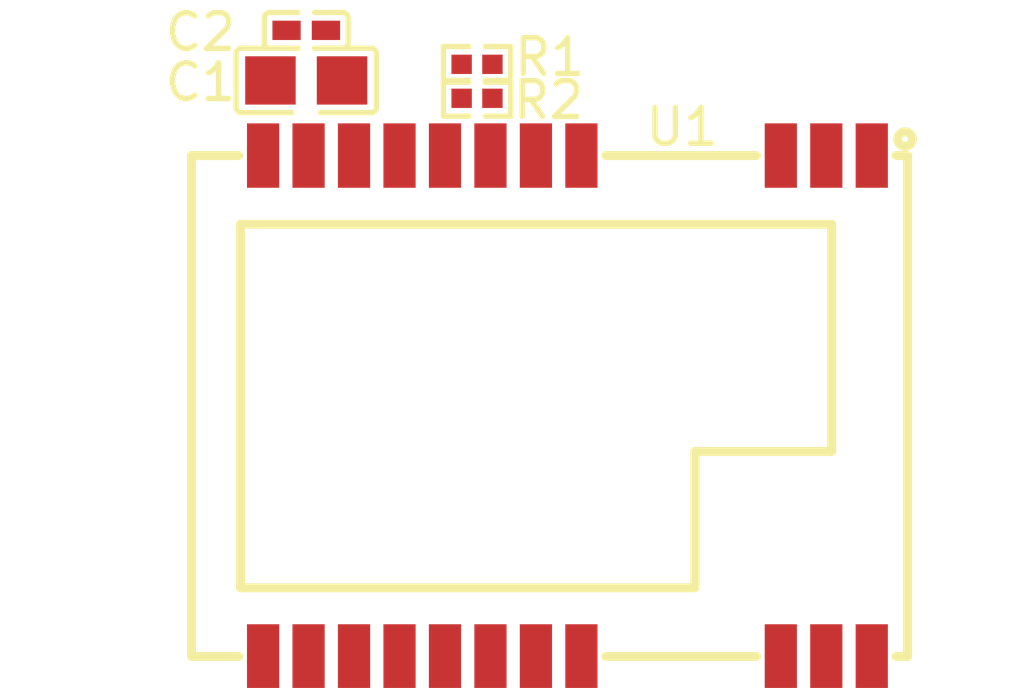
<source format=kicad_pcb>
(kicad_pcb (version 20241229) (generator "pcbnew") (generator_version "9.0")
  (layers (0 "F.Cu" signal) (2 "B.Cu" signal) (13 "F.Paste" user) (15 "B.Paste" user) (5 "F.SilkS" user "F.Silkscreen") (7 "B.SilkS" user "B.Silkscreen") (1 "F.Mask" user) (3 "B.Mask" user) (25 "Edge.Cuts" user))
  (net 0 "")
  (net 1 "TXEN")
  (net 2 "miso")
  (net 3 "BUSY")
  (net 4 "hv")
  (net 5 "sck")
  (net 6 "mosi")
  (net 7 "NRST")
  (net 8 "DIO2")
  (net 9 "RXEN")
  (net 10 "ANT")
  (net 11 "gnd")
  (net 12 "cs")
  (net 13 "DIO")
  (footprint "atopile:R0402-56259e" (layer "F.Cu") (at 30.72 18.3)
    (property "Reference" "R2" (hide yes))
    (property "Value" "1kΩ ±1% 62.5mW")
    (fp_line (start -0.94 -0.5) (end -0.23 -0.5) (stroke (width 0.15)) (layer "F.SilkS"))
    (fp_line (start -0.94 0.5) (end -0.94 -0.5) (stroke (width 0.15)) (layer "F.SilkS"))
    (fp_line (start -0.23 0.5) (end -0.94 0.5) (stroke (width 0.15)) (layer "F.SilkS"))
    (fp_line (start 0.23 0.5) (end 0.94 0.5) (stroke (width 0.15)) (layer "F.SilkS"))
    (fp_line (start 0.94 -0.5) (end 0.23 -0.5) (stroke (width 0.15)) (layer "F.SilkS"))
    (fp_line (start 0.94 0.5) (end 0.94 -0.5) (stroke (width 0.15)) (layer "F.SilkS"))
    (fp_text user "${REFERENCE}" (at 2 0.05 0) (layer "F.SilkS"))
    (pad "1" smd rect (at -0.43 0) (size 0.57 0.54) (layers "F.Cu" "F.Mask" "F.Paste") (net 4 "hv"))
    (pad "2" smd rect (at 0.43 0) (size 0.57 0.54) (layers "F.Cu" "F.Mask" "F.Paste") (net 1 "TXEN"))
  )
  (footprint "atopile:C0805-3b2e55" (layer "F.Cu") (at 25.95 17.8 180)
    (property "Reference" "C1" (hide yes))
    (property "Value" "100nF ±10% 50V X7R")
    (fp_line (start 1.96 0.75) (end 1.96 -0.75) (stroke (width 0.15)) (layer "F.SilkS"))
    (fp_line (start 1.81 -0.9) (end 0.4 -0.9) (stroke (width 0.15)) (layer "F.SilkS"))
    (fp_line (start 0.4 0.9) (end 1.81 0.9) (stroke (width 0.15)) (layer "F.SilkS"))
    (fp_line (start -0.4 0.9) (end -1.81 0.9) (stroke (width 0.15)) (layer "F.SilkS"))
    (fp_line (start -1.81 -0.9) (end -0.4 -0.9) (stroke (width 0.15)) (layer "F.SilkS"))
    (fp_line (start -1.96 0.75) (end -1.96 -0.75) (stroke (width 0.15)) (layer "F.SilkS"))
    (fp_arc (start 1.96 0.75) (mid 1.916066 0.856066) (end 1.81 0.9) (stroke (width 0.15)) (layer "F.SilkS"))
    (fp_arc (start 1.81 -0.9) (mid 1.916066 -0.856066) (end 1.96 -0.75) (stroke (width 0.15)) (layer "F.SilkS"))
    (fp_arc (start -1.81 0.9) (mid -1.916066 0.856066) (end -1.96 0.75) (stroke (width 0.15)) (layer "F.SilkS"))
    (fp_arc (start -1.96 -0.75) (mid -1.916066 -0.856066) (end -1.81 -0.9) (stroke (width 0.15)) (layer "F.SilkS"))
    (fp_text user "${REFERENCE}" (at 2.95 -0.05 0) (layer "F.SilkS"))
    (pad "1" smd rect (at -1 0 180) (size 1.41 1.35) (layers "F.Cu" "F.Mask" "F.Paste") (net 4 "hv"))
    (pad "2" smd rect (at 1 0 180) (size 1.41 1.35) (layers "F.Cu" "F.Mask" "F.Paste") (net 11 "gnd"))
  )
  (footprint "atopile:C0402-b3ef17" (layer "F.Cu") (at 25.95 16.4 180)
    (property "Reference" "C2" (at 2.95 -0.05 0) (layer "F.SilkS"))
    (property "Value" "100nF ±10% 16V X7R")
    (fp_line (start 1.17 0.35) (end 1.17 -0.35) (stroke (width 0.15)) (layer "F.SilkS"))
    (fp_line (start 1.02 -0.5) (end 0.23 -0.5) (stroke (width 0.15)) (layer "F.SilkS"))
    (fp_line (start 0.23 0.5) (end 1.02 0.5) (stroke (width 0.15)) (layer "F.SilkS"))
    (fp_line (start -0.23 0.5) (end -1.02 0.5) (stroke (width 0.15)) (layer "F.SilkS"))
    (fp_line (start -1.02 -0.5) (end -0.23 -0.5) (stroke (width 0.15)) (layer "F.SilkS"))
    (fp_line (start -1.17 0.35) (end -1.17 -0.35) (stroke (width 0.15)) (layer "F.SilkS"))
    (fp_arc (start 1.17 0.35) (mid 1.126066 0.456066) (end 1.02 0.5) (stroke (width 0.15)) (layer "F.SilkS"))
    (fp_arc (start 1.02 -0.5) (mid 1.126066 -0.456066) (end 1.17 -0.35) (stroke (width 0.15)) (layer "F.SilkS"))
    (fp_arc (start -1.02 0.5) (mid -1.126066 0.456066) (end -1.17 0.35) (stroke (width 0.15)) (layer "F.SilkS"))
    (fp_arc (start -1.17 -0.35) (mid -1.126066 -0.456066) (end -1.02 -0.5) (stroke (width 0.15)) (layer "F.SilkS"))
    (pad "1" smd rect (at -0.55 0 180) (size 0.79 0.54) (layers "F.Cu" "F.Mask" "F.Paste") (net 4 "hv"))
    (pad "2" smd rect (at 0.55 0 180) (size 0.79 0.54) (layers "F.Cu" "F.Mask" "F.Paste") (net 11 "gnd"))
  )
  (footprint "atopile:WIRELM-SMD_E22-900M22S-72e54e" (layer "F.Cu") (at 33.245 26.9 90)
    (property "Reference" "U1" (at 7.8 3.205 180) (layer "F.SilkS"))
    (property "Value" "")
    (fp_line (start 7 -10.5) (end 7 -9.18) (stroke (width 0.25)) (layer "F.SilkS"))
    (fp_line (start -7 -10.5) (end 7 -10.5) (stroke (width 0.25)) (layer "F.SilkS"))
    (fp_line (start -7 -10.5) (end -7 -9.18) (stroke (width 0.25)) (layer "F.SilkS"))
    (fp_line (start 5.08 -9.13) (end 5.08 7.38) (stroke (width 0.25)) (layer "F.SilkS"))
    (fp_line (start -5.08 -9.13) (end 5.08 -9.13) (stroke (width 0.25)) (layer "F.SilkS"))
    (fp_line (start 7 1.07) (end 7 5.28) (stroke (width 0.25)) (layer "F.SilkS"))
    (fp_line (start -7 1.07) (end -7 5.28) (stroke (width 0.25)) (layer "F.SilkS"))
    (fp_line (start -1.27 3.56) (end -5.08 3.56) (stroke (width 0.25)) (layer "F.SilkS"))
    (fp_line (start -5.08 3.56) (end -5.08 -9.13) (stroke (width 0.25)) (layer "F.SilkS"))
    (fp_line (start 5.08 7.38) (end -1.27 7.38) (stroke (width 0.25)) (layer "F.SilkS"))
    (fp_line (start -1.27 7.38) (end -1.27 3.56) (stroke (width 0.25)) (layer "F.SilkS"))
    (fp_line (start 7 9.18) (end 7 9.5) (stroke (width 0.25)) (layer "F.SilkS"))
    (fp_line (start -7 9.18) (end -7 9.5) (stroke (width 0.25)) (layer "F.SilkS"))
    (fp_line (start -7 9.5) (end 6.99 9.5) (stroke (width 0.25)) (layer "F.SilkS"))
    (fp_circle (center 7.46 9.43) (end 7.54 9.43) (stroke (width 0.25)) (fill no) (layer "F.SilkS"))
    (pad "1" smd rect (at 7 8.5 90) (size 1.8 0.9) (layers "F.Cu" "F.Mask" "F.Paste") (net 11 "gnd"))
    (pad "2" smd rect (at 7 7.23 90) (size 1.8 0.9) (layers "F.Cu" "F.Mask" "F.Paste") (net 11 "gnd"))
    (pad "3" smd rect (at 7 5.96 90) (size 1.8 0.9) (layers "F.Cu" "F.Mask" "F.Paste") (net 11 "gnd"))
    (pad "4" smd rect (at 7 0.39 90) (size 1.8 0.9) (layers "F.Cu" "F.Mask" "F.Paste") (net 11 "gnd"))
    (pad "5" smd rect (at 7 -0.88 90) (size 1.8 0.9) (layers "F.Cu" "F.Mask" "F.Paste") (net 11 "gnd"))
    (pad "6" smd rect (at 7 -2.15 90) (size 1.8 0.9) (layers "F.Cu" "F.Mask" "F.Paste") (net 9 "RXEN"))
    (pad "7" smd rect (at 7 -3.42 90) (size 1.8 0.9) (layers "F.Cu" "F.Mask" "F.Paste") (net 1 "TXEN"))
    (pad "8" smd rect (at 7 -4.69 90) (size 1.8 0.9) (layers "F.Cu" "F.Mask" "F.Paste") (net 8 "DIO2"))
    (pad "9" smd rect (at 7 -5.96 90) (size 1.8 0.9) (layers "F.Cu" "F.Mask" "F.Paste") (net 4 "hv"))
    (pad "10" smd rect (at 7 -7.23 90) (size 1.8 0.9) (layers "F.Cu" "F.Mask" "F.Paste") (net 4 "hv"))
    (pad "11" smd rect (at 7 -8.5 90) (size 1.8 0.9) (layers "F.Cu" "F.Mask" "F.Paste") (net 11 "gnd"))
    (pad "12" smd rect (at -7 -8.5 90) (size 1.8 0.9) (layers "F.Cu" "F.Mask" "F.Paste") (net 11 "gnd"))
    (pad "13" smd rect (at -7 -7.23 90) (size 1.8 0.9) (layers "F.Cu" "F.Mask" "F.Paste") (net 13 "DIO"))
    (pad "14" smd rect (at -7 -5.96 90) (size 1.8 0.9) (layers "F.Cu" "F.Mask" "F.Paste") (net 3 "BUSY"))
    (pad "15" smd rect (at -7 -4.69 90) (size 1.8 0.9) (layers "F.Cu" "F.Mask" "F.Paste") (net 7 "NRST"))
    (pad "16" smd rect (at -7 -3.42 90) (size 1.8 0.9) (layers "F.Cu" "F.Mask" "F.Paste") (net 2 "miso"))
    (pad "17" smd rect (at -7 -2.15 90) (size 1.8 0.9) (layers "F.Cu" "F.Mask" "F.Paste") (net 6 "mosi"))
    (pad "18" smd rect (at -7 -0.88 90) (size 1.8 0.9) (layers "F.Cu" "F.Mask" "F.Paste") (net 5 "sck"))
    (pad "19" smd rect (at -7 0.39 90) (size 1.8 0.9) (layers "F.Cu" "F.Mask" "F.Paste") (net 12 "cs"))
    (pad "20" smd rect (at -7 5.96 90) (size 1.8 0.9) (layers "F.Cu" "F.Mask" "F.Paste") (net 11 "gnd"))
    (pad "21" smd rect (at -7 7.23 90) (size 1.8 0.9) (layers "F.Cu" "F.Mask" "F.Paste") (net 10 "ANT"))
    (pad "22" smd rect (at -7 8.5 90) (size 1.8 0.9) (layers "F.Cu" "F.Mask" "F.Paste") (net 11 "gnd"))
  )
  (footprint "atopile:R0402-56259e" (layer "F.Cu") (at 30.72 17.35)
    (property "Reference" "R1" (hide yes))
    (property "Value" "1kΩ ±1% 62.5mW")
    (fp_line (start -0.94 -0.5) (end -0.23 -0.5) (stroke (width 0.15)) (layer "F.SilkS"))
    (fp_line (start -0.94 0.5) (end -0.94 -0.5) (stroke (width 0.15)) (layer "F.SilkS"))
    (fp_line (start -0.23 0.5) (end -0.94 0.5) (stroke (width 0.15)) (layer "F.SilkS"))
    (fp_line (start 0.23 0.5) (end 0.94 0.5) (stroke (width 0.15)) (layer "F.SilkS"))
    (fp_line (start 0.94 -0.5) (end 0.23 -0.5) (stroke (width 0.15)) (layer "F.SilkS"))
    (fp_line (start 0.94 0.5) (end 0.94 -0.5) (stroke (width 0.15)) (layer "F.SilkS"))
    (fp_text user "${REFERENCE}" (at 2.03 -0.2 0) (layer "F.SilkS"))
    (pad "1" smd rect (at -0.43 0) (size 0.57 0.54) (layers "F.Cu" "F.Mask" "F.Paste") (net 4 "hv"))
    (pad "2" smd rect (at 0.43 0) (size 0.57 0.54) (layers "F.Cu" "F.Mask" "F.Paste") (net 9 "RXEN"))
  )
)
</source>
